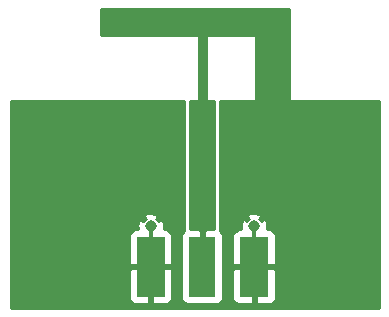
<source format=gbr>
G04 #@! TF.FileFunction,Copper,L1,Top,Signal*
%FSLAX46Y46*%
G04 Gerber Fmt 4.6, Leading zero omitted, Abs format (unit mm)*
G04 Created by KiCad (PCBNEW 4.0.5) date 02/23/17 12:59:15*
%MOMM*%
%LPD*%
G01*
G04 APERTURE LIST*
%ADD10C,0.127000*%
%ADD11R,2.290000X5.080000*%
%ADD12R,2.420000X5.080000*%
%ADD13C,0.970000*%
%ADD14R,0.460000X0.890000*%
%ADD15C,0.355600*%
%ADD16C,0.254000*%
G04 APERTURE END LIST*
D10*
D11*
X16344900Y3601300D03*
D12*
X11964900Y3601300D03*
X20724900Y3601300D03*
D13*
X11964900Y7041300D03*
X20724900Y7041300D03*
D14*
X11964900Y6591300D03*
X20724900Y6591300D03*
D15*
X28295600Y17272000D03*
X25298400Y17272000D03*
X22301200Y17272000D03*
X19304000Y17272000D03*
X13385800Y17272000D03*
X10388600Y17272000D03*
X7391400Y17272000D03*
X4394200Y17272000D03*
X1397000Y17272000D03*
D16*
G36*
X23672800Y17780000D02*
X23682806Y17730590D01*
X23711247Y17688965D01*
X23753641Y17661685D01*
X23799800Y17653000D01*
X31292800Y17653000D01*
X31292800Y127000D01*
X127000Y127000D01*
X127000Y3315550D01*
X10119900Y3315550D01*
X10119900Y934991D01*
X10216573Y701602D01*
X10395201Y522973D01*
X10628590Y426300D01*
X11679150Y426300D01*
X11837900Y585050D01*
X11837900Y3474300D01*
X12091900Y3474300D01*
X12091900Y585050D01*
X12250650Y426300D01*
X13301210Y426300D01*
X13534599Y522973D01*
X13713227Y701602D01*
X13809900Y934991D01*
X13809900Y3315550D01*
X13651150Y3474300D01*
X12091900Y3474300D01*
X11837900Y3474300D01*
X10278650Y3474300D01*
X10119900Y3315550D01*
X127000Y3315550D01*
X127000Y6267609D01*
X10119900Y6267609D01*
X10119900Y3887050D01*
X10278650Y3728300D01*
X11837900Y3728300D01*
X11837900Y3748300D01*
X12091900Y3748300D01*
X12091900Y3728300D01*
X13651150Y3728300D01*
X13809900Y3887050D01*
X13809900Y6267609D01*
X13713227Y6500998D01*
X13534599Y6679627D01*
X13301210Y6776300D01*
X13057029Y6776300D01*
X13098049Y6899864D01*
X13065918Y7344268D01*
X12957668Y7605608D01*
X12744100Y7640895D01*
X12616215Y7513010D01*
X12554599Y7574627D01*
X12387738Y7643743D01*
X12564495Y7820500D01*
X12529208Y8034068D01*
X12106336Y8174449D01*
X11661932Y8142318D01*
X11400592Y8034068D01*
X11365305Y7820500D01*
X11542062Y7643743D01*
X11375201Y7574627D01*
X11313585Y7513010D01*
X11185700Y7640895D01*
X10972132Y7605608D01*
X10831751Y7182736D01*
X10861137Y6776300D01*
X10628590Y6776300D01*
X10395201Y6679627D01*
X10216573Y6500998D01*
X10119900Y6267609D01*
X127000Y6267609D01*
X127000Y17653000D01*
X14808200Y17653000D01*
X14808200Y6647626D01*
X14661573Y6500998D01*
X14564900Y6267609D01*
X14564900Y3887050D01*
X14566900Y3885050D01*
X14566900Y3317550D01*
X14564900Y3315550D01*
X14564900Y934991D01*
X14661573Y701602D01*
X14840201Y522973D01*
X15073590Y426300D01*
X16059150Y426300D01*
X16064650Y431800D01*
X16625150Y431800D01*
X16630650Y426300D01*
X17616210Y426300D01*
X17849599Y522973D01*
X18028227Y701602D01*
X18124900Y934991D01*
X18124900Y3315550D01*
X18879900Y3315550D01*
X18879900Y934991D01*
X18976573Y701602D01*
X19155201Y522973D01*
X19388590Y426300D01*
X20439150Y426300D01*
X20597900Y585050D01*
X20597900Y3474300D01*
X20851900Y3474300D01*
X20851900Y585050D01*
X21010650Y426300D01*
X22061210Y426300D01*
X22294599Y522973D01*
X22473227Y701602D01*
X22569900Y934991D01*
X22569900Y3315550D01*
X22411150Y3474300D01*
X20851900Y3474300D01*
X20597900Y3474300D01*
X19038650Y3474300D01*
X18879900Y3315550D01*
X18124900Y3315550D01*
X18122900Y3317550D01*
X18122900Y3885050D01*
X18124900Y3887050D01*
X18124900Y6267609D01*
X18879900Y6267609D01*
X18879900Y3887050D01*
X19038650Y3728300D01*
X20597900Y3728300D01*
X20597900Y3748300D01*
X20851900Y3748300D01*
X20851900Y3728300D01*
X22411150Y3728300D01*
X22569900Y3887050D01*
X22569900Y6267609D01*
X22473227Y6500998D01*
X22294599Y6679627D01*
X22061210Y6776300D01*
X21817029Y6776300D01*
X21858049Y6899864D01*
X21825918Y7344268D01*
X21717668Y7605608D01*
X21504100Y7640895D01*
X21376215Y7513010D01*
X21314599Y7574627D01*
X21147738Y7643743D01*
X21324495Y7820500D01*
X21289208Y8034068D01*
X20866336Y8174449D01*
X20421932Y8142318D01*
X20160592Y8034068D01*
X20125305Y7820500D01*
X20302062Y7643743D01*
X20135201Y7574627D01*
X20073585Y7513010D01*
X19945700Y7640895D01*
X19732132Y7605608D01*
X19591751Y7182736D01*
X19621137Y6776300D01*
X19388590Y6776300D01*
X19155201Y6679627D01*
X18976573Y6500998D01*
X18879900Y6267609D01*
X18124900Y6267609D01*
X18028227Y6500998D01*
X17881600Y6647626D01*
X17881600Y17653000D01*
X20802600Y17653000D01*
X20852010Y17663006D01*
X20893635Y17691447D01*
X20920915Y17733841D01*
X20929600Y17780000D01*
X20929600Y23088600D01*
X20919594Y23138010D01*
X20891153Y23179635D01*
X20848759Y23206915D01*
X20802600Y23215600D01*
X16764000Y23215600D01*
X16714590Y23205594D01*
X16672965Y23177153D01*
X16645685Y23134759D01*
X16637000Y23088600D01*
X16637000Y17780000D01*
X16647006Y17730590D01*
X16675447Y17688965D01*
X16717841Y17661685D01*
X16764000Y17653000D01*
X17373600Y17653000D01*
X17373600Y6776300D01*
X16630650Y6776300D01*
X16471900Y6617550D01*
X16471900Y3378200D01*
X16217900Y3378200D01*
X16217900Y6617550D01*
X16059150Y6776300D01*
X15316200Y6776300D01*
X15316200Y17653000D01*
X15925800Y17653000D01*
X15975210Y17663006D01*
X16016835Y17691447D01*
X16044115Y17733841D01*
X16052800Y17780000D01*
X16052800Y23088600D01*
X16042794Y23138010D01*
X16014353Y23179635D01*
X15971959Y23206915D01*
X15925800Y23215600D01*
X7747000Y23215600D01*
X7747000Y25450800D01*
X23672800Y25450800D01*
X23672800Y17780000D01*
X23672800Y17780000D01*
G37*
X23672800Y17780000D02*
X23682806Y17730590D01*
X23711247Y17688965D01*
X23753641Y17661685D01*
X23799800Y17653000D01*
X31292800Y17653000D01*
X31292800Y127000D01*
X127000Y127000D01*
X127000Y3315550D01*
X10119900Y3315550D01*
X10119900Y934991D01*
X10216573Y701602D01*
X10395201Y522973D01*
X10628590Y426300D01*
X11679150Y426300D01*
X11837900Y585050D01*
X11837900Y3474300D01*
X12091900Y3474300D01*
X12091900Y585050D01*
X12250650Y426300D01*
X13301210Y426300D01*
X13534599Y522973D01*
X13713227Y701602D01*
X13809900Y934991D01*
X13809900Y3315550D01*
X13651150Y3474300D01*
X12091900Y3474300D01*
X11837900Y3474300D01*
X10278650Y3474300D01*
X10119900Y3315550D01*
X127000Y3315550D01*
X127000Y6267609D01*
X10119900Y6267609D01*
X10119900Y3887050D01*
X10278650Y3728300D01*
X11837900Y3728300D01*
X11837900Y3748300D01*
X12091900Y3748300D01*
X12091900Y3728300D01*
X13651150Y3728300D01*
X13809900Y3887050D01*
X13809900Y6267609D01*
X13713227Y6500998D01*
X13534599Y6679627D01*
X13301210Y6776300D01*
X13057029Y6776300D01*
X13098049Y6899864D01*
X13065918Y7344268D01*
X12957668Y7605608D01*
X12744100Y7640895D01*
X12616215Y7513010D01*
X12554599Y7574627D01*
X12387738Y7643743D01*
X12564495Y7820500D01*
X12529208Y8034068D01*
X12106336Y8174449D01*
X11661932Y8142318D01*
X11400592Y8034068D01*
X11365305Y7820500D01*
X11542062Y7643743D01*
X11375201Y7574627D01*
X11313585Y7513010D01*
X11185700Y7640895D01*
X10972132Y7605608D01*
X10831751Y7182736D01*
X10861137Y6776300D01*
X10628590Y6776300D01*
X10395201Y6679627D01*
X10216573Y6500998D01*
X10119900Y6267609D01*
X127000Y6267609D01*
X127000Y17653000D01*
X14808200Y17653000D01*
X14808200Y6647626D01*
X14661573Y6500998D01*
X14564900Y6267609D01*
X14564900Y3887050D01*
X14566900Y3885050D01*
X14566900Y3317550D01*
X14564900Y3315550D01*
X14564900Y934991D01*
X14661573Y701602D01*
X14840201Y522973D01*
X15073590Y426300D01*
X16059150Y426300D01*
X16064650Y431800D01*
X16625150Y431800D01*
X16630650Y426300D01*
X17616210Y426300D01*
X17849599Y522973D01*
X18028227Y701602D01*
X18124900Y934991D01*
X18124900Y3315550D01*
X18879900Y3315550D01*
X18879900Y934991D01*
X18976573Y701602D01*
X19155201Y522973D01*
X19388590Y426300D01*
X20439150Y426300D01*
X20597900Y585050D01*
X20597900Y3474300D01*
X20851900Y3474300D01*
X20851900Y585050D01*
X21010650Y426300D01*
X22061210Y426300D01*
X22294599Y522973D01*
X22473227Y701602D01*
X22569900Y934991D01*
X22569900Y3315550D01*
X22411150Y3474300D01*
X20851900Y3474300D01*
X20597900Y3474300D01*
X19038650Y3474300D01*
X18879900Y3315550D01*
X18124900Y3315550D01*
X18122900Y3317550D01*
X18122900Y3885050D01*
X18124900Y3887050D01*
X18124900Y6267609D01*
X18879900Y6267609D01*
X18879900Y3887050D01*
X19038650Y3728300D01*
X20597900Y3728300D01*
X20597900Y3748300D01*
X20851900Y3748300D01*
X20851900Y3728300D01*
X22411150Y3728300D01*
X22569900Y3887050D01*
X22569900Y6267609D01*
X22473227Y6500998D01*
X22294599Y6679627D01*
X22061210Y6776300D01*
X21817029Y6776300D01*
X21858049Y6899864D01*
X21825918Y7344268D01*
X21717668Y7605608D01*
X21504100Y7640895D01*
X21376215Y7513010D01*
X21314599Y7574627D01*
X21147738Y7643743D01*
X21324495Y7820500D01*
X21289208Y8034068D01*
X20866336Y8174449D01*
X20421932Y8142318D01*
X20160592Y8034068D01*
X20125305Y7820500D01*
X20302062Y7643743D01*
X20135201Y7574627D01*
X20073585Y7513010D01*
X19945700Y7640895D01*
X19732132Y7605608D01*
X19591751Y7182736D01*
X19621137Y6776300D01*
X19388590Y6776300D01*
X19155201Y6679627D01*
X18976573Y6500998D01*
X18879900Y6267609D01*
X18124900Y6267609D01*
X18028227Y6500998D01*
X17881600Y6647626D01*
X17881600Y17653000D01*
X20802600Y17653000D01*
X20852010Y17663006D01*
X20893635Y17691447D01*
X20920915Y17733841D01*
X20929600Y17780000D01*
X20929600Y23088600D01*
X20919594Y23138010D01*
X20891153Y23179635D01*
X20848759Y23206915D01*
X20802600Y23215600D01*
X16764000Y23215600D01*
X16714590Y23205594D01*
X16672965Y23177153D01*
X16645685Y23134759D01*
X16637000Y23088600D01*
X16637000Y17780000D01*
X16647006Y17730590D01*
X16675447Y17688965D01*
X16717841Y17661685D01*
X16764000Y17653000D01*
X17373600Y17653000D01*
X17373600Y6776300D01*
X16630650Y6776300D01*
X16471900Y6617550D01*
X16471900Y3378200D01*
X16217900Y3378200D01*
X16217900Y6617550D01*
X16059150Y6776300D01*
X15316200Y6776300D01*
X15316200Y17653000D01*
X15925800Y17653000D01*
X15975210Y17663006D01*
X16016835Y17691447D01*
X16044115Y17733841D01*
X16052800Y17780000D01*
X16052800Y23088600D01*
X16042794Y23138010D01*
X16014353Y23179635D01*
X15971959Y23206915D01*
X15925800Y23215600D01*
X7747000Y23215600D01*
X7747000Y25450800D01*
X23672800Y25450800D01*
X23672800Y17780000D01*
M02*

</source>
